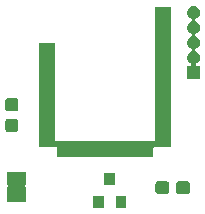
<source format=gbr>
G04 #@! TF.GenerationSoftware,KiCad,Pcbnew,(5.1.0)-1*
G04 #@! TF.CreationDate,2019-06-28T09:21:03+02:00*
G04 #@! TF.ProjectId,Drop,44726f70-2e6b-4696-9361-645f70636258,rev?*
G04 #@! TF.SameCoordinates,Original*
G04 #@! TF.FileFunction,Soldermask,Top*
G04 #@! TF.FilePolarity,Negative*
%FSLAX46Y46*%
G04 Gerber Fmt 4.6, Leading zero omitted, Abs format (unit mm)*
G04 Created by KiCad (PCBNEW (5.1.0)-1) date 2019-06-28 09:21:03*
%MOMM*%
%LPD*%
G04 APERTURE LIST*
%ADD10C,0.100000*%
G04 APERTURE END LIST*
D10*
G36*
X138801000Y-72501000D02*
G01*
X137899000Y-72501000D01*
X137899000Y-71499000D01*
X138801000Y-71499000D01*
X138801000Y-72501000D01*
X138801000Y-72501000D01*
G37*
G36*
X140701000Y-72501000D02*
G01*
X139799000Y-72501000D01*
X139799000Y-71499000D01*
X140701000Y-71499000D01*
X140701000Y-72501000D01*
X140701000Y-72501000D01*
G37*
G36*
X132159999Y-69424737D02*
G01*
X132169608Y-69427652D01*
X132178472Y-69432390D01*
X132186237Y-69438763D01*
X132192610Y-69446528D01*
X132197348Y-69455392D01*
X132200263Y-69465001D01*
X132201852Y-69481140D01*
X132201852Y-70468860D01*
X132200263Y-70484999D01*
X132197348Y-70494608D01*
X132192610Y-70503472D01*
X132186258Y-70511212D01*
X132186237Y-70511237D01*
X132178427Y-70517640D01*
X132178372Y-70517677D01*
X132168853Y-70525480D01*
X132168878Y-70525511D01*
X132155028Y-70536853D01*
X132139463Y-70555779D01*
X132127889Y-70577377D01*
X132120751Y-70600819D01*
X132118324Y-70625202D01*
X132120700Y-70649591D01*
X132127789Y-70673047D01*
X132139318Y-70694670D01*
X132154843Y-70713628D01*
X132173769Y-70729193D01*
X132176825Y-70731029D01*
X132178514Y-70732418D01*
X132178516Y-70732419D01*
X132184712Y-70737515D01*
X132186274Y-70738800D01*
X132192642Y-70746575D01*
X132195791Y-70752483D01*
X132197367Y-70755438D01*
X132200257Y-70765001D01*
X132200282Y-70765085D01*
X132201852Y-70781113D01*
X132201852Y-71918860D01*
X132200263Y-71934999D01*
X132197348Y-71944608D01*
X132192610Y-71953472D01*
X132186237Y-71961237D01*
X132178472Y-71967610D01*
X132169608Y-71972348D01*
X132159999Y-71975263D01*
X132143860Y-71976852D01*
X130656140Y-71976852D01*
X130640001Y-71975263D01*
X130630392Y-71972348D01*
X130621528Y-71967610D01*
X130613763Y-71961237D01*
X130607390Y-71953472D01*
X130602652Y-71944608D01*
X130599737Y-71934999D01*
X130598148Y-71918860D01*
X130598148Y-70781140D01*
X130599737Y-70765001D01*
X130602652Y-70755392D01*
X130607390Y-70746528D01*
X130613763Y-70738763D01*
X130626737Y-70728116D01*
X130635968Y-70721947D01*
X130653294Y-70704619D01*
X130666907Y-70684244D01*
X130676283Y-70661605D01*
X130681063Y-70637572D01*
X130681062Y-70613068D01*
X130676280Y-70589035D01*
X130666902Y-70566396D01*
X130653287Y-70546022D01*
X130635959Y-70528696D01*
X130626683Y-70521825D01*
X130613800Y-70511274D01*
X130612668Y-70509897D01*
X130607419Y-70503516D01*
X130602674Y-70494661D01*
X130601749Y-70491623D01*
X130599758Y-70485085D01*
X130599758Y-70485082D01*
X130599748Y-70485050D01*
X130598753Y-70475000D01*
X130598753Y-70474935D01*
X130598148Y-70468825D01*
X130598148Y-69481140D01*
X130599737Y-69465001D01*
X130602652Y-69455392D01*
X130607390Y-69446528D01*
X130613763Y-69438763D01*
X130621528Y-69432390D01*
X130630392Y-69427652D01*
X130640001Y-69424737D01*
X130656140Y-69423148D01*
X132143860Y-69423148D01*
X132159999Y-69424737D01*
X132159999Y-69424737D01*
G37*
G36*
X145914499Y-70228445D02*
G01*
X145951995Y-70239820D01*
X145986554Y-70258292D01*
X146016847Y-70283153D01*
X146041708Y-70313446D01*
X146060180Y-70348005D01*
X146071555Y-70385501D01*
X146076000Y-70430638D01*
X146076000Y-71069362D01*
X146071555Y-71114499D01*
X146060180Y-71151995D01*
X146041708Y-71186554D01*
X146016847Y-71216847D01*
X145986554Y-71241708D01*
X145951995Y-71260180D01*
X145914499Y-71271555D01*
X145869362Y-71276000D01*
X145130638Y-71276000D01*
X145085501Y-71271555D01*
X145048005Y-71260180D01*
X145013446Y-71241708D01*
X144983153Y-71216847D01*
X144958292Y-71186554D01*
X144939820Y-71151995D01*
X144928445Y-71114499D01*
X144924000Y-71069362D01*
X144924000Y-70430638D01*
X144928445Y-70385501D01*
X144939820Y-70348005D01*
X144958292Y-70313446D01*
X144983153Y-70283153D01*
X145013446Y-70258292D01*
X145048005Y-70239820D01*
X145085501Y-70228445D01*
X145130638Y-70224000D01*
X145869362Y-70224000D01*
X145914499Y-70228445D01*
X145914499Y-70228445D01*
G37*
G36*
X144164499Y-70228445D02*
G01*
X144201995Y-70239820D01*
X144236554Y-70258292D01*
X144266847Y-70283153D01*
X144291708Y-70313446D01*
X144310180Y-70348005D01*
X144321555Y-70385501D01*
X144326000Y-70430638D01*
X144326000Y-71069362D01*
X144321555Y-71114499D01*
X144310180Y-71151995D01*
X144291708Y-71186554D01*
X144266847Y-71216847D01*
X144236554Y-71241708D01*
X144201995Y-71260180D01*
X144164499Y-71271555D01*
X144119362Y-71276000D01*
X143380638Y-71276000D01*
X143335501Y-71271555D01*
X143298005Y-71260180D01*
X143263446Y-71241708D01*
X143233153Y-71216847D01*
X143208292Y-71186554D01*
X143189820Y-71151995D01*
X143178445Y-71114499D01*
X143174000Y-71069362D01*
X143174000Y-70430638D01*
X143178445Y-70385501D01*
X143189820Y-70348005D01*
X143208292Y-70313446D01*
X143233153Y-70283153D01*
X143263446Y-70258292D01*
X143298005Y-70239820D01*
X143335501Y-70228445D01*
X143380638Y-70224000D01*
X144119362Y-70224000D01*
X144164499Y-70228445D01*
X144164499Y-70228445D01*
G37*
G36*
X139751000Y-70501000D02*
G01*
X138849000Y-70501000D01*
X138849000Y-69499000D01*
X139751000Y-69499000D01*
X139751000Y-70501000D01*
X139751000Y-70501000D01*
G37*
G36*
X144451000Y-67326001D02*
G01*
X143075999Y-67326001D01*
X143051613Y-67328403D01*
X143028164Y-67335516D01*
X143006553Y-67347067D01*
X142987611Y-67362612D01*
X142972066Y-67381554D01*
X142960515Y-67403165D01*
X142953402Y-67426614D01*
X142951000Y-67451000D01*
X142951000Y-68126001D01*
X134849000Y-68126001D01*
X134849000Y-67451000D01*
X134846598Y-67426614D01*
X134839485Y-67403165D01*
X134827934Y-67381554D01*
X134812389Y-67362612D01*
X134793447Y-67347067D01*
X134771836Y-67335516D01*
X134748387Y-67328403D01*
X134724001Y-67326001D01*
X133349000Y-67326001D01*
X133349000Y-58474001D01*
X134651000Y-58474001D01*
X134651000Y-66699002D01*
X134653402Y-66723388D01*
X134660515Y-66746837D01*
X134672066Y-66768448D01*
X134687611Y-66787390D01*
X134706553Y-66802935D01*
X134728164Y-66814486D01*
X134751613Y-66821599D01*
X134775999Y-66824001D01*
X143024001Y-66824001D01*
X143048387Y-66821599D01*
X143071836Y-66814486D01*
X143093447Y-66802935D01*
X143112389Y-66787390D01*
X143127934Y-66768448D01*
X143139485Y-66746837D01*
X143146598Y-66723388D01*
X143149000Y-66699002D01*
X143149000Y-55474001D01*
X144451000Y-55474001D01*
X144451000Y-67326001D01*
X144451000Y-67326001D01*
G37*
G36*
X131364499Y-64903445D02*
G01*
X131401995Y-64914820D01*
X131436554Y-64933292D01*
X131466847Y-64958153D01*
X131491708Y-64988446D01*
X131510180Y-65023005D01*
X131521555Y-65060501D01*
X131526000Y-65105638D01*
X131526000Y-65844362D01*
X131521555Y-65889499D01*
X131510180Y-65926995D01*
X131491708Y-65961554D01*
X131466847Y-65991847D01*
X131436554Y-66016708D01*
X131401995Y-66035180D01*
X131364499Y-66046555D01*
X131319362Y-66051000D01*
X130680638Y-66051000D01*
X130635501Y-66046555D01*
X130598005Y-66035180D01*
X130563446Y-66016708D01*
X130533153Y-65991847D01*
X130508292Y-65961554D01*
X130489820Y-65926995D01*
X130478445Y-65889499D01*
X130474000Y-65844362D01*
X130474000Y-65105638D01*
X130478445Y-65060501D01*
X130489820Y-65023005D01*
X130508292Y-64988446D01*
X130533153Y-64958153D01*
X130563446Y-64933292D01*
X130598005Y-64914820D01*
X130635501Y-64903445D01*
X130680638Y-64899000D01*
X131319362Y-64899000D01*
X131364499Y-64903445D01*
X131364499Y-64903445D01*
G37*
G36*
X131364499Y-63153445D02*
G01*
X131401995Y-63164820D01*
X131436554Y-63183292D01*
X131466847Y-63208153D01*
X131491708Y-63238446D01*
X131510180Y-63273005D01*
X131521555Y-63310501D01*
X131526000Y-63355638D01*
X131526000Y-64094362D01*
X131521555Y-64139499D01*
X131510180Y-64176995D01*
X131491708Y-64211554D01*
X131466847Y-64241847D01*
X131436554Y-64266708D01*
X131401995Y-64285180D01*
X131364499Y-64296555D01*
X131319362Y-64301000D01*
X130680638Y-64301000D01*
X130635501Y-64296555D01*
X130598005Y-64285180D01*
X130563446Y-64266708D01*
X130533153Y-64241847D01*
X130508292Y-64211554D01*
X130489820Y-64176995D01*
X130478445Y-64139499D01*
X130474000Y-64094362D01*
X130474000Y-63355638D01*
X130478445Y-63310501D01*
X130489820Y-63273005D01*
X130508292Y-63238446D01*
X130533153Y-63208153D01*
X130563446Y-63183292D01*
X130598005Y-63164820D01*
X130635501Y-63153445D01*
X130680638Y-63149000D01*
X131319362Y-63149000D01*
X131364499Y-63153445D01*
X131364499Y-63153445D01*
G37*
G36*
X146508015Y-55376973D02*
G01*
X146611879Y-55408479D01*
X146639055Y-55423005D01*
X146707600Y-55459643D01*
X146791501Y-55528499D01*
X146860357Y-55612400D01*
X146896995Y-55680945D01*
X146911521Y-55708121D01*
X146943027Y-55811985D01*
X146953666Y-55920000D01*
X146943027Y-56028015D01*
X146911521Y-56131879D01*
X146911519Y-56131882D01*
X146860357Y-56227600D01*
X146791501Y-56311501D01*
X146707600Y-56380357D01*
X146639055Y-56416995D01*
X146611879Y-56431521D01*
X146599131Y-56435388D01*
X146576504Y-56444760D01*
X146556130Y-56458374D01*
X146538803Y-56475701D01*
X146525189Y-56496075D01*
X146515812Y-56518714D01*
X146511031Y-56542747D01*
X146511031Y-56567251D01*
X146515811Y-56591285D01*
X146525188Y-56613924D01*
X146538802Y-56634298D01*
X146556129Y-56651625D01*
X146576503Y-56665239D01*
X146599131Y-56674612D01*
X146611879Y-56678479D01*
X146639055Y-56693005D01*
X146707600Y-56729643D01*
X146791501Y-56798499D01*
X146860357Y-56882400D01*
X146896995Y-56950945D01*
X146911521Y-56978121D01*
X146943027Y-57081985D01*
X146953666Y-57190000D01*
X146943027Y-57298015D01*
X146911521Y-57401879D01*
X146911519Y-57401882D01*
X146860357Y-57497600D01*
X146791501Y-57581501D01*
X146707600Y-57650357D01*
X146639055Y-57686995D01*
X146611879Y-57701521D01*
X146599131Y-57705388D01*
X146576504Y-57714760D01*
X146556130Y-57728374D01*
X146538803Y-57745701D01*
X146525189Y-57766075D01*
X146515812Y-57788714D01*
X146511031Y-57812747D01*
X146511031Y-57837251D01*
X146515811Y-57861285D01*
X146525188Y-57883924D01*
X146538802Y-57904298D01*
X146556129Y-57921625D01*
X146576503Y-57935239D01*
X146599131Y-57944612D01*
X146611879Y-57948479D01*
X146639055Y-57963005D01*
X146707600Y-57999643D01*
X146791501Y-58068499D01*
X146860357Y-58152400D01*
X146896995Y-58220945D01*
X146911521Y-58248121D01*
X146943027Y-58351985D01*
X146953666Y-58460000D01*
X146943027Y-58568015D01*
X146911521Y-58671879D01*
X146911519Y-58671882D01*
X146860357Y-58767600D01*
X146791501Y-58851501D01*
X146707600Y-58920357D01*
X146639055Y-58956995D01*
X146611879Y-58971521D01*
X146599131Y-58975388D01*
X146576504Y-58984760D01*
X146556130Y-58998374D01*
X146538803Y-59015701D01*
X146525189Y-59036075D01*
X146515812Y-59058714D01*
X146511031Y-59082747D01*
X146511031Y-59107251D01*
X146515811Y-59131285D01*
X146525188Y-59153924D01*
X146538802Y-59174298D01*
X146556129Y-59191625D01*
X146576503Y-59205239D01*
X146599131Y-59214612D01*
X146611879Y-59218479D01*
X146639055Y-59233005D01*
X146707600Y-59269643D01*
X146791501Y-59338499D01*
X146860357Y-59422400D01*
X146896995Y-59490945D01*
X146911521Y-59518121D01*
X146943027Y-59621985D01*
X146953666Y-59730000D01*
X146943027Y-59838015D01*
X146911521Y-59941879D01*
X146911519Y-59941882D01*
X146860357Y-60037600D01*
X146791501Y-60121501D01*
X146707600Y-60190356D01*
X146663807Y-60213764D01*
X146643437Y-60227375D01*
X146626110Y-60244702D01*
X146612496Y-60265076D01*
X146603119Y-60287715D01*
X146598338Y-60311748D01*
X146598338Y-60336252D01*
X146603118Y-60360286D01*
X146612495Y-60382924D01*
X146626109Y-60403299D01*
X146643436Y-60420626D01*
X146663810Y-60434240D01*
X146686449Y-60443617D01*
X146710482Y-60448398D01*
X146722735Y-60449000D01*
X146951000Y-60449000D01*
X146951000Y-61551000D01*
X145849000Y-61551000D01*
X145849000Y-60449000D01*
X146077265Y-60449000D01*
X146101651Y-60446598D01*
X146125100Y-60439485D01*
X146146711Y-60427934D01*
X146165653Y-60412389D01*
X146181198Y-60393447D01*
X146192749Y-60371836D01*
X146199862Y-60348387D01*
X146202264Y-60324001D01*
X146199862Y-60299615D01*
X146192749Y-60276166D01*
X146181198Y-60254555D01*
X146165653Y-60235613D01*
X146146711Y-60220068D01*
X146136198Y-60213767D01*
X146092400Y-60190356D01*
X146008499Y-60121501D01*
X145939643Y-60037600D01*
X145888481Y-59941882D01*
X145888479Y-59941879D01*
X145856973Y-59838015D01*
X145846334Y-59730000D01*
X145856973Y-59621985D01*
X145888479Y-59518121D01*
X145903005Y-59490945D01*
X145939643Y-59422400D01*
X146008499Y-59338499D01*
X146092400Y-59269643D01*
X146160945Y-59233005D01*
X146188121Y-59218479D01*
X146200869Y-59214612D01*
X146223496Y-59205240D01*
X146243870Y-59191626D01*
X146261197Y-59174299D01*
X146274811Y-59153925D01*
X146284188Y-59131286D01*
X146288969Y-59107253D01*
X146288969Y-59082749D01*
X146284189Y-59058715D01*
X146274812Y-59036076D01*
X146261198Y-59015702D01*
X146243871Y-58998375D01*
X146223497Y-58984761D01*
X146200869Y-58975388D01*
X146188121Y-58971521D01*
X146160945Y-58956995D01*
X146092400Y-58920357D01*
X146008499Y-58851501D01*
X145939643Y-58767600D01*
X145888481Y-58671882D01*
X145888479Y-58671879D01*
X145856973Y-58568015D01*
X145846334Y-58460000D01*
X145856973Y-58351985D01*
X145888479Y-58248121D01*
X145903005Y-58220945D01*
X145939643Y-58152400D01*
X146008499Y-58068499D01*
X146092400Y-57999643D01*
X146160945Y-57963005D01*
X146188121Y-57948479D01*
X146200869Y-57944612D01*
X146223496Y-57935240D01*
X146243870Y-57921626D01*
X146261197Y-57904299D01*
X146274811Y-57883925D01*
X146284188Y-57861286D01*
X146288969Y-57837253D01*
X146288969Y-57812749D01*
X146284189Y-57788715D01*
X146274812Y-57766076D01*
X146261198Y-57745702D01*
X146243871Y-57728375D01*
X146223497Y-57714761D01*
X146200869Y-57705388D01*
X146188121Y-57701521D01*
X146160945Y-57686995D01*
X146092400Y-57650357D01*
X146008499Y-57581501D01*
X145939643Y-57497600D01*
X145888481Y-57401882D01*
X145888479Y-57401879D01*
X145856973Y-57298015D01*
X145846334Y-57190000D01*
X145856973Y-57081985D01*
X145888479Y-56978121D01*
X145903005Y-56950945D01*
X145939643Y-56882400D01*
X146008499Y-56798499D01*
X146092400Y-56729643D01*
X146160945Y-56693005D01*
X146188121Y-56678479D01*
X146200869Y-56674612D01*
X146223496Y-56665240D01*
X146243870Y-56651626D01*
X146261197Y-56634299D01*
X146274811Y-56613925D01*
X146284188Y-56591286D01*
X146288969Y-56567253D01*
X146288969Y-56542749D01*
X146284189Y-56518715D01*
X146274812Y-56496076D01*
X146261198Y-56475702D01*
X146243871Y-56458375D01*
X146223497Y-56444761D01*
X146200869Y-56435388D01*
X146188121Y-56431521D01*
X146160945Y-56416995D01*
X146092400Y-56380357D01*
X146008499Y-56311501D01*
X145939643Y-56227600D01*
X145888481Y-56131882D01*
X145888479Y-56131879D01*
X145856973Y-56028015D01*
X145846334Y-55920000D01*
X145856973Y-55811985D01*
X145888479Y-55708121D01*
X145903005Y-55680945D01*
X145939643Y-55612400D01*
X146008499Y-55528499D01*
X146092400Y-55459643D01*
X146160945Y-55423005D01*
X146188121Y-55408479D01*
X146291985Y-55376973D01*
X146372933Y-55369000D01*
X146427067Y-55369000D01*
X146508015Y-55376973D01*
X146508015Y-55376973D01*
G37*
M02*

</source>
